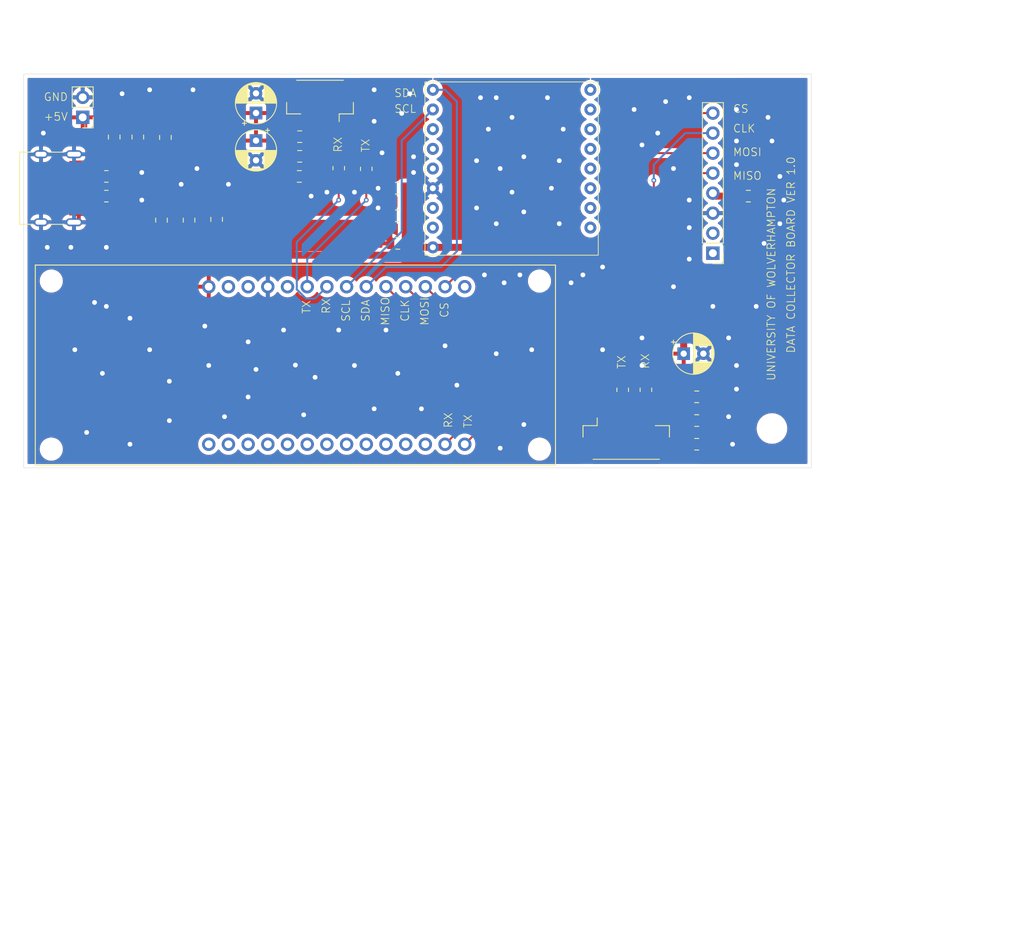
<source format=kicad_pcb>
(kicad_pcb (version 20240108) (generator "pcbnew") (generator_version "8.0")
  (layers (0 "F.Cu" signal) (31 "B.Cu" signal) (34 "B.Paste" user) (35 "F.Paste" user) (36 "B.SilkS" user "B.Silkscreen") (37 "F.SilkS" user "F.Silkscreen") (38 "B.Mask" user) (39 "F.Mask" user) (44 "Edge.Cuts" user))
  (net 0 "")
  (net 1 "+5V")
  (net 2 "GND")
  (net 18 "Net-(J6-CC2)")
  (net 32 "/UART1 RX")
  (net 33 "/UART6 RX")
  (net 34 "/SD CLK")
  (net 35 "/I2C SDA")
  (net 36 "/I2C SCL")
  (net 37 "/SD CS")
  (net 38 "/UART1 TX")
  (net 39 "/SD MISO")
  (net 40 "/SD MOSI")
  (net 41 "/UART6 TX")
  (net 42 "+3.3V")
  (net 43 "Net-(J5-Pin_3)")
  (net 44 "Net-(J5-Pin_1)")
  (net 45 "Net-(J4-Pin_4)")
  (net 46 "Net-(J4-Pin_5)")
  (net 49 "/D2")
  (net 50 "/D0")
  (net 51 "/D1")
  (net 53 "Net-(J6-CC1)")
  (footprint "Resistor_SMD:R_0805_2012Metric" (layer "F.Cu") (at 113 39.95 90)
    (property "Reference" "R7" (hide yes))
    (property "Value" "0")
    (pad "1" smd roundrect (at -0.9125 0 90) (size 1.025 1.4) (layers "F.Cu" "F.Paste" "F.Mask") (roundrect_rratio 0.243902) (net 32 "/UART1 RX"))
    (pad "2" smd roundrect (at 0.9125 0 90) (size 1.025 1.4) (layers "F.Cu" "F.Paste" "F.Mask") (roundrect_rratio 0.243902) (net 43 "Net-(J5-Pin_3)"))
  )
  (footprint "Capacitor_SMD:C_0805_2012Metric" (layer "F.Cu") (at 158.45 68.98)
    (property "Reference" "C14" (hide yes))
    (property "Value" "10u")
    (pad "1" smd roundrect (at -0.95 0) (size 1 1.45) (layers "F.Cu" "F.Paste" "F.Mask") (net 1 "+5V"))
    (pad "2" smd roundrect (at 0.95 0) (size 1 1.45) (layers "F.Cu" "F.Paste" "F.Mask") (net 2 "GND"))
  )
  (footprint "Resistor_SMD:R_0805_2012Metric" (layer "F.Cu") (at 149.05 68.0875 -90)
    (property "Reference" "R9" (hide yes))
    (property "Value" "0")
    (pad "1" smd roundrect (at -0.9125 0 270) (size 1.025 1.4) (layers "F.Cu" "F.Paste" "F.Mask") (roundrect_rratio 0.243902) (net 33 "/UART6 RX"))
    (pad "2" smd roundrect (at 0.9125 0 270) (size 1.025 1.4) (layers "F.Cu" "F.Paste" "F.Mask") (roundrect_rratio 0.243902) (net 45 "Net-(J4-Pin_4)"))
  )
  (footprint "Capacitor_SMD:C_0805_2012Metric" (layer "F.Cu") (at 158.45 71.99)
    (property "Reference" "C15" (hide yes))
    (property "Value" "1u")
    (pad "1" smd roundrect (at -0.95 0) (size 1 1.45) (layers "F.Cu" "F.Paste" "F.Mask") (net 1 "+5V"))
    (pad "2" smd roundrect (at 0.95 0) (size 1 1.45) (layers "F.Cu" "F.Paste" "F.Mask") (net 2 "GND"))
  )
  (footprint "Capacitor_SMD:C_0805_2012Metric" (layer "F.Cu") (at 158.45 75)
    (property "Reference" "C16" (hide yes))
    (property "Value" "0.1u")
    (pad "1" smd roundrect (at -0.95 0) (size 1 1.45) (layers "F.Cu" "F.Paste" "F.Mask") (net 1 "+5V"))
    (pad "2" smd roundrect (at 0.95 0) (size 1 1.45) (layers "F.Cu" "F.Paste" "F.Mask") (net 2 "GND"))
  )
  (footprint "Capacitor_SMD:C_0805_2012Metric" (layer "F.Cu") (at 108.05 35.95)
    (property "Reference" "C19" (hide yes))
    (property "Value" "1u")
    (pad "1" smd roundrect (at -0.95 0) (size 1 1.45) (layers "F.Cu" "F.Paste" "F.Mask") (net 1 "+5V"))
    (pad "2" smd roundrect (at 0.95 0) (size 1 1.45) (layers "F.Cu" "F.Paste" "F.Mask") (net 2 "GND"))
  )
  (footprint "ABX00042:Nicla" (layer "F.Cu") (at 144.95 50 180)
    (property "Reference" "U2" (hide yes))
    (property "Value" "~")
    (pad "1" thru_hole circle (at 20 20) (size 1.524 1.524) (drill 0.762) (layers "*.Cu" "*.Mask") (net 35 "/I2C SDA"))
    (pad "2" thru_hole circle (at 20 17.5) (size 1.524 1.524) (drill 0.762) (layers "*.Cu" "*.Mask") (net 36 "/I2C SCL"))
    (pad "3" thru_hole circle (at 20 15) (size 1.524 1.524) (drill 0.762) (layers "*.Cu" "*.Mask"))
    (pad "4" thru_hole circle (at 20 12.5) (size 1.524 1.524) (drill 0.762) (layers "*.Cu" "*.Mask"))
    (pad "5" thru_hole circle (at 20 10) (size 1.524 1.524) (drill 0.762) (layers "*.Cu" "*.Mask"))
    (pad "6" thru_hole circle (at 20 7.5) (size 1.524 1.524) (drill 0.762) (layers "*.Cu" "*.Mask") (net 2 "GND"))
    (pad "7" thru_hole circle (at 20 5) (size 1.524 1.524) (drill 0.762) (layers "*.Cu" "*.Mask"))
    (pad "8" thru_hole circle (at 20 2.5) (size 1.524 1.524) (drill 0.762) (layers "*.Cu" "*.Mask"))
    (pad "9" thru_hole circle (at 20 0) (size 1.524 1.524) (drill 0.762) (layers "*.Cu" "*.Mask") (net 1 "+5V"))
    (pad "10" thru_hole circle (at 0 20) (size 1.524 1.524) (drill 0.762) (layers "*.Cu" "*.Mask"))
    (pad "11" thru_hole circle (at 0 17.5) (size 1.524 1.524) (drill 0.762) (layers "*.Cu" "*.Mask"))
    (pad "12" thru_hole circle (at 0 15) (size 1.524 1.524) (drill 0.762) (layers "*.Cu" "*.Mask"))
    (pad "13" thru_hole circle (at 0 12.5) (size 1.524 1.524) (drill 0.762) (layers "*.Cu" "*.Mask"))
    (pad "14" thru_hole circle (at 0 10) (size 1.524 1.524) (drill 0.762) (layers "*.Cu" "*.Mask"))
    (pad "15" thru_hole circle (at 0 7.5) (size 1.524 1.524) (drill 0.762) (layers "*.Cu" "*.Mask"))
    (pad "16" thru_hole circle (at 0 5) (size 1.524 1.524) (drill 0.762) (layers "*.Cu" "*.Mask"))
    (pad "17" thru_hole circle (at 0 2.5) (size 1.524 1.524) (drill 0.762) (layers "*.Cu" "*.Mask"))
  )
  (footprint "Capacitor_SMD:C_0805_2012Metric" (layer "F.Cu") (at 120.5 49.5 180)
    (property "Reference" "C9" (hide yes))
    (property "Value" "0.1u")
    (pad "1" smd roundrect (at -0.95 0 180) (size 1 1.45) (layers "F.Cu" "F.Paste" "F.Mask") (net 1 "+5V"))
    (pad "2" smd roundrect (at 0.95 0 180) (size 1 1.45) (layers "F.Cu" "F.Paste" "F.Mask") (net 2 "GND"))
  )
  (footprint "Resistor_SMD:R_0805_2012Metric" (layer "F.Cu") (at 152 68.0875 -90)
    (property "Reference" "R8" (hide yes))
    (property "Value" "0")
    (pad "1" smd roundrect (at -0.9125 0 270) (size 1.025 1.4) (layers "F.Cu" "F.Paste" "F.Mask") (roundrect_rratio 0.243902) (net 41 "/UART6 TX"))
    (pad "2" smd roundrect (at 0.9125 0 270) (size 1.025 1.4) (layers "F.Cu" "F.Paste" "F.Mask") (roundrect_rratio 0.243902) (net 46 "Net-(J4-Pin_5)"))
  )
  (footprint "Connector_JST:JST_GH_SM04B-GHS-TB_1x04-1MP_P1.25mm_Horizontal" (layer "F.Cu") (at 110.625 31.35 180)
    (property "Reference" "J5" (hide yes))
    (property "Value" "Conn_01x04_MountingPin")
    (pad "1" smd roundrect (at -1.875 -1.85 180) (size 0.6 1.7) (layers "F.Cu" "F.Paste" "F.Mask") (net 44 "Net-(J5-Pin_1)"))
    (pad "2" smd roundrect (at -0.625 -1.85 180) (size 0.6 1.7) (layers "F.Cu" "F.Paste" "F.Mask") (net 2 "GND"))
    (pad "3" smd roundrect (at 0.625 -1.85 180) (size 0.6 1.7) (layers "F.Cu" "F.Paste" "F.Mask") (net 43 "Net-(J5-Pin_3)"))
    (pad "4" smd roundrect (at 1.875 -1.85 180) (size 0.6 1.7) (layers "F.Cu" "F.Paste" "F.Mask") (net 1 "+5V"))
    (pad "MP" smd roundrect (at -3.725 1.35 180) (size 1 2.7) (layers "F.Cu" "F.Paste" "F.Mask") (net 2 "GND"))
    (pad "MP" smd roundrect (at 3.725 1.35 180) (size 1 2.7) (layers "F.Cu" "F.Paste" "F.Mask") (net 2 "GND"))
  )
  (footprint "Connector_PinHeader_2.54mm:PinHeader_1x08_P2.54mm_Vertical" (layer "F.Cu") (at 160.5 50.74 180)
    (property "Reference" "J3" (hide yes))
    (property "Value" "Conn_01x08")
    (pad "1" thru_hole rect (at 0 0 180) (size 1.7 1.7) (drill 1) (layers "*.Cu" "*.Mask"))
    (pad "2" thru_hole oval (at 0 2.54 180) (size 1.7 1.7) (drill 1) (layers "*.Cu" "*.Mask"))
    (pad "3" thru_hole oval (at 0 5.08 180) (size 1.7 1.7) (drill 1) (layers "*.Cu" "*.Mask") (net 2 "GND"))
    (pad "4" thru_hole oval (at 0 7.62 180) (size 1.7 1.7) (drill 1) (layers "*.Cu" "*.Mask") (net 1 "+5V"))
    (pad "5" thru_hole oval (at 0 10.16 180) (size 1.7 1.7) (drill 1) (layers "*.Cu" "*.Mask") (net 39 "/SD MISO"))
    (pad "6" thru_hole oval (at 0 12.7 180) (size 1.7 1.7) (drill 1) (layers "*.Cu" "*.Mask") (net 40 "/SD MOSI"))
    (pad "7" thru_hole oval (at 0 15.24 180) (size 1.7 1.7) (drill 1) (layers "*.Cu" "*.Mask") (net 34 "/SD CLK"))
    (pad "8" thru_hole oval (at 0 17.78 180) (size 1.7 1.7) (drill 1) (layers "*.Cu" "*.Mask") (net 37 "/SD CS"))
  )
  (footprint "Capacitor_SMD:C_0805_2012Metric" (layer "F.Cu") (at 87.5 36 -90)
    (property "Reference" "C2" (hide yes))
    (property "Value" "1u")
    (pad "1" smd roundrect (at -0.95 0 270) (size 1 1.45) (layers "F.Cu" "F.Paste" "F.Mask") (net 1 "+5V"))
    (pad "2" smd roundrect (at 0.95 0 270) (size 1 1.45) (layers "F.Cu" "F.Paste" "F.Mask") (net 2 "GND"))
  )
  (footprint "Connector_PinHeader_2.54mm:PinHeader_1x02_P2.54mm_Vertical" (layer "F.Cu") (at 80.5 33.5 180)
    (property "Reference" "J1" (hide yes))
    (property "Value" "Conn_01x02_Pin")
    (pad "1" thru_hole rect (at 0 0 180) (size 1.7 1.7) (drill 1) (layers "*.Cu" "*.Mask") (net 1 "+5V"))
    (pad "2" thru_hole oval (at 0 2.54 180) (size 1.7 1.7) (drill 1) (layers "*.Cu" "*.Mask") (net 2 "GND"))
  )
  (footprint "MountingHole:MountingHole_3.2mm_M3" (layer "F.Cu") (at 168 73)
    (property "Reference" "REF**" (hide yes))
    (property "Value" "MountingHole_3.2mm_M3")
    (pad "" np_thru_hole circle (at 0 0) (size 3.2 3.2) (drill 3.2) (layers "*.Cu" "*.Mask"))
  )
  (footprint "Connector_JST:JST_GH_SM06B-GHS-TB_1x06-1MP_P1.25mm_Horizontal" (layer "F.Cu") (at 149.5 74.35)
    (property "Reference" "J4" (hide yes))
    (property "Value" "Conn_01x06_MountingPin")
    (pad "1" smd roundrect (at -3.125 -1.85) (size 0.6 1.7) (layers "F.Cu" "F.Paste" "F.Mask") (net 2 "GND"))
    (pad "2" smd roundrect (at -1.875 -1.85) (size 0.6 1.7) (layers "F.Cu" "F.Paste" "F.Mask"))
    (pad "3" smd roundrect (at -0.625 -1.85) (size 0.6 1.7) (layers "F.Cu" "F.Paste" "F.Mask"))
    (pad "4" smd roundrect (at 0.625 -1.85) (size 0.6 1.7) (layers "F.Cu" "F.Paste" "F.Mask") (net 45 "Net-(J4-Pin_4)"))
    (pad "5" smd roundrect (at 1.875 -1.85) (size 0.6 1.7) (layers "F.Cu" "F.Paste" "F.Mask") (net 46 "Net-(J4-Pin_5)"))
    (pad "6" smd roundrect (at 3.125 -1.85) (size 0.6 1.7) (layers "F.Cu" "F.Paste" "F.Mask") (net 1 "+5V"))
    (pad "MP" smd roundrect (at -4.975 1.35) (size 1 2.7) (layers "F.Cu" "F.Paste" "F.Mask") (net 2 "GND"))
    (pad "MP" smd roundrect (at 4.975 1.35) (size 1 2.7) (layers "F.Cu" "F.Paste" "F.Mask") (net 2 "GND"))
  )
  (footprint "Capacitor_SMD:C_0805_2012Metric" (layer "F.Cu") (at 94 46.55 90)
    (property "Reference" "C5" (hide yes))
    (property "Value" "1u")
    (pad "1" smd roundrect (at -0.95 0 90) (size 1 1.45) (layers "F.Cu" "F.Paste" "F.Mask") (net 1 "+5V"))
    (pad "2" smd roundrect (at 0.95 0 90) (size 1 1.45) (layers "F.Cu" "F.Paste" "F.Mask") (net 2 "GND"))
  )
  (footprint "Capacitor_THT:CP_Radial_D5.0mm_P2.50mm" (layer "F.Cu") (at 102.5 32.95 90)
    (property "Reference" "C21" (hide yes))
    (property "Value" "470u")
    (pad "1" thru_hole rect (at 0 0 90) (size 1.6 1.6) (drill 0.8) (layers "*.Cu" "*.Mask") (net 1 "+5V"))
    (pad "2" thru_hole circle (at 2.5 0 90) (size 1.6 1.6) (drill 0.8) (layers "*.Cu" "*.Mask") (net 2 "GND"))
  )
  (footprint "Capacitor_SMD:C_0805_2012Metric" (layer "F.Cu") (at 120.45 42.5 180)
    (property "Reference" "C7" (hide yes))
    (property "Value" "10u")
    (pad "1" smd roundrect (at -0.95 0 180) (size 1 1.45) (layers "F.Cu" "F.Paste" "F.Mask") (net 1 "+5V"))
    (pad "2" smd roundrect (at 0.95 0 180) (size 1 1.45) (layers "F.Cu" "F.Paste" "F.Mask") (net 2 "GND"))
  )
  (footprint "Capacitor_SMD:C_0805_2012Metric" (layer "F.Cu") (at 165 43.5)
    (property "Reference" "C23" (hide yes))
    (property "Value" "1u")
    (pad "1" smd roundrect (at -0.95 0) (size 1 1.45) (layers "F.Cu" "F.Paste" "F.Mask") (net 1 "+5V"))
    (pad "2" smd roundrect (at 0.95 0) (size 1 1.45) (layers "F.Cu" "F.Paste" "F.Mask") (net 2 "GND"))
  )
  (footprint "Resistor_SMD:R_0805_2012Metric" (layer "F.Cu") (at 83.5 41)
    (property "Reference" "R2" (hide yes))
    (property "Value" "5.1K")
    (pad "1" smd roundrect (at -0.9125 0) (size 1.025 1.4) (layers "F.Cu" "F.Paste" "F.Mask") (roundrect_rratio 0.243902) (net 53 "Net-(J6-CC1)"))
    (pad "2" smd roundrect (at 0.9125 0) (size 1.025 1.4) (layers "F.Cu" "F.Paste" "F.Mask") (roundrect_rratio 0.243902) (net 2 "GND"))
  )
  (footprint "Capacitor_SMD:C_0805_2012Metric" (layer "F.Cu") (at 108 41)
    (property "Reference" "C18" (hide yes))
    (property "Value" "10u")
    (pad "1" smd roundrect (at -0.95 0) (size 1 1.45) (layers "F.Cu" "F.Paste" "F.Mask") (net 1 "+5V"))
    (pad "2" smd roundrect (at 0.95 0) (size 1 1.45) (layers "F.Cu" "F.Paste" "F.Mask") (net 2 "GND"))
  )
  (footprint "Capacitor_SMD:C_0805_2012Metric" (layer "F.Cu") (at 97.5 46.45 90)
    (property "Reference" "C6" (hide yes))
    (property "Value" "0.1u")
    (pad "1" smd roundrect (at -0.95 0 90) (size 1 1.45) (layers "F.Cu" "F.Paste" "F.Mask") (net 1 "+5V"))
    (pad "2" smd roundrect (at 0.95 0 90) (size 1 1.45) (layers "F.Cu" "F.Paste" "F.Mask") (net 2 "GND"))
  )
  (footprint "Connector_USB:USB_C_Receptacle_G-Switch_GT-USB-7010ASV" (layer "F.Cu") (at 76.275 42.5 -90)
    (property "Reference" "J6" (hide yes))
    (property "Value" "USB_C_Receptacle_USB2.0_16P")
    (pad "A1" smd rect (at -3.2 -3.725 270) (size 0.6 1.24) (layers "F.Cu" "F.Paste" "F.Mask") (net 2 "GND"))
    (pad "A4" smd rect (at -2.4 -3.725 270) (size 0.6 1.24) (layers "F.Cu" "F.Paste" "F.Mask") (net 1 "+5V"))
    (pad "A5" smd rect (at -1.25 -3.725 270) (size 0.3 1.24) (layers "F.Cu" "F.Paste" "F.Mask") (net 53 "Net-(J6-CC1)"))
    (pad "A6" smd rect (at -0.25 -3.725 270) (size 0.3 1.24) (layers "F.Cu" "F.Paste" "F.Mask"))
    (pad "A7" smd rect (at 0.25 -3.725 270) (size 0.3 1.24) (layers "F.Cu" "F.Paste" "F.Mask"))
    (pad "A8" smd rect (at 1.25 -3.725 270) (size 0.3 1.24) (layers "F.Cu" "F.Paste" "F.Mask"))
    (pad "A9" smd rect (at 2.4 -3.725 270) (size 0.6 1.24) (layers "F.Cu" "F.Paste" "F.Mask") (net 1 "+5V"))
    (pad "A12" smd rect (at 3.2 -3.725 270) (size 0.6 1.24) (layers "F.Cu" "F.Paste" "F.Mask") (net 2 "GND"))
    (pad "B1" smd rect (at 3.2 -3.725 270) (size 0.6 1.24) (layers "F.Cu" "F.Paste" "F.Mask") (net 2 "GND"))
    (pad "B4" smd rect (at 2.4 -3.725 270) (size 0.6 1.24) (layers "F.Cu" "F.Paste" "F.Mask") (net 1 "+5V"))
    (pad "B5" smd rect (at 1.75 -3.725 270) (size 0.3 1.24) (layers "F.Cu" "F.Paste" "F.Mask") (net 18 "Net-(J6-CC2)"))
    (pad "B6" smd rect (at 0.75 -3.725 270) (size 0.3 1.24) (layers "F.Cu" "F.Paste" "F.Mask"))
    (pad "B7" smd rect (at -0.75 -3.725 270) (size 0.3 1.24) (layers "F.Cu" "F.Paste" "F.Mask"))
    (pad "B8" smd rect (at -1.75 -3.725 270) (size 0.3 1.24) (layers "F.Cu" "F.Paste" "F.Mask"))
    (pad "B9" smd rect (at -2.4 -3.725 270) (size 0.6 1.24) (layers "F.Cu" "F.Paste" "F.Mask") (net 1 "+5V"))
    (pad "B12" smd rect (at -3.2 -3.725 270) (size 0.6 1.24) (layers "F.Cu" "F.Paste" "F.Mask") (net 2 "GND"))
    (pad "S1" thru_hole oval (at -4.32 -3.125 270) (size 1 2.1) (drill oval 0.6 1.7) (layers "*.Cu" "*.Mask") (net 2 "GND"))
    (pad "S1" thru_hole oval (at -4.32 1.075 270) (size 1 1.8) (drill oval 0.6 1.4) (layers "*.Cu" "*.Mask") (net 2 "GND"))
    (pad "S1" thru_hole oval (at 4.32 -3.125 270) (size 1 2.1) (drill oval 0.6 1.7) (layers "*.Cu" "*.Mask") (net 2 "GND"))
    (pad "S1" thru_hole oval (at 4.32 1.075 270) (size 1 1.8) (drill oval 0.6 1.4) (layers "*.Cu" "*.Mask") (net 2 "GND"))
  )
  (footprint "Resistor_SMD:R_0805_2012Metric" (layer "F.Cu") (at 83.5 43.5)
    (property "Reference" "R12" (hide yes))
    (property "Value" "5.1K")
    (pad "1" smd roundrect (at -0.9125 0) (size 1.025 1.4) (layers "F.Cu" "F.Paste" "F.Mask") (roundrect_rratio 0.243902) (net 18 "Net-(J6-CC2)"))
    (pad "2" smd roundrect (at 0.9125 0) (size 1.025 1.4) (layers "F.Cu" "F.Paste" "F.Mask") (roundrect_rratio 0.243902) (net 2 "GND"))
  )
  (footprint "Capacitor_SMD:C_0805_2012Metric" (layer "F.Cu") (at 108.05 38.45)
    (property "Reference" "C20" (hide yes))
    (property "Value" "0.1u")
    (pad "1" smd roundrect (at -0.95 0) (size 1 1.45) (layers "F.Cu" "F.Paste" "F.Mask") (net 1 "+5V"))
    (pad "2" smd roundrect (at 0.95 0) (size 1 1.45) (layers "F.Cu" "F.Paste" "F.Mask") (net 2 "GND"))
  )
  (footprint "Capacitor_SMD:C_0805_2012Metric" (layer "F.Cu") (at 120.45 46 180)
    (property "Reference" "C8" (hide yes))
    (property "Value" "1u")
    (pad "1" smd roundrect (at -0.95 0 180) (size 1 1.45) (layers "F.Cu" "F.Paste" "F.Mask") (net 1 "+5V"))
    (pad "2" smd roundrect (at 0.95 0 180) (size 1 1.45) (layers "F.Cu" "F.Paste" "F.Mask") (net 2 "GND"))
  )
  (footprint "Capacitor_THT:CP_Radial_D5.0mm_P2.50mm" (layer "F.Cu") (at 102.5 36.45 -90)
    (property "Reference" "C22" (hide yes))
    (property "Value" "470u")
    (pad "1" thru_hole rect (at 0 0 270) (size 1.6 1.6) (drill 0.8) (layers "*.Cu" "*.Mask") (net 1 "+5V"))
    (pad "2" thru_hole circle (at 2.5 0 270) (size 1.6 1.6) (drill 0.8) (layers "*.Cu" "*.Mask") (net 2 "GND"))
  )
  (footprint "Capacitor_SMD:C_0805_2012Metric" (layer "F.Cu") (at 90.5 46.55 90)
    (property "Reference" "C4" (hide yes))
    (property "Value" "10u")
    (pad "1" smd roundrect (at -0.95 0 90) (size 1 1.45) (layers "F.Cu" "F.Paste" "F.Mask") (net 1 "+5V"))
    (pad "2" smd roundrect (at 0.95 0 90) (size 1 1.45) (layers "F.Cu" "F.Paste" "F.Mask") (net 2 "GND"))
  )
  (footprint "Capacitor_SMD:C_0805_2012Metric" (layer "F.Cu") (at 84.5 36 -90)
    (property "Reference" "C1" (hide yes))
    (property "Value" "10u")
    (pad "1" smd roundrect (at -0.95 0 270) (size 1 1.45) (layers "F.Cu" "F.Paste" "F.Mask") (net 1 "+5V"))
    (pad "2" smd roundrect (at 0.95 0 270) (size 1 1.45) (layers "F.Cu" "F.Paste" "F.Mask") (net 2 "GND"))
  )
  (footprint "Resistor_SMD:R_0805_2012Metric" (layer "F.Cu") (at 116.5 40.0375 90)
    (property "Reference" "R6" (hide yes))
    (property "Value" "0")
    (pad "1" smd roundrect (at -0.9125 0 90) (size 1.025 1.4) (layers "F.Cu" "F.Paste" "F.Mask") (roundrect_rratio 0.243902) (net 38 "/UART1 TX"))
    (pad "2" smd roundrect (at 0.9125 0 90) (size 1.025 1.4) (layers "F.Cu" "F.Paste" "F.Mask") (roundrect_rratio 0.243902) (net 44 "Net-(J5-Pin_1)"))
  )
  (footprint "ABX00042:Portenta_H7" (layer "F.Cu") (at 96.5 75 90)
    (property "Reference" "U1" (hide yes))
    (property "Value" "~")
    (pad "" np_thru_hole circle (at -0.62 -19.99 90) (size 2.25 2.25) (drill 2.25) (layers "*.Cu" "*.Mask"))
    (pad "" np_thru_hole circle (at -0.62 41.99 90) (size 2.25 2.25) (drill 2.25) (layers "*.Cu" "*.Mask"))
    (pad "" np_thru_hole circle (at 20.72 -19.99 90) (size 2.25 2.25) (drill 2.25) (layers "*.Cu" "*.Mask"))
    (pad "" np_thru_hole circle (at 20.72 41.99 90) (size 2.25 2.25) (drill 2.25) (layers "*.Cu" "*.Mask"))
    (pad "1" thru_hole oval (at 0 0 90) (size 1.7 1.7) (drill 1) (layers "*.Cu" "*.Mask"))
    (pad "2" thru_hole oval (at 0 2.5 90) (size 1.7 1.7) (drill 1) (layers "*.Cu" "*.Mask"))
    (pad "3" thru_hole oval (at 0 5 90) (size 1.7 1.7) (drill 1) (layers "*.Cu" "*.Mask"))
    (pad "4" thru_hole oval (at 0 7.5 90) (size 1.7 1.7) (drill 1) (layers "*.Cu" "*.Mask"))
    (pad "5" thru_hole oval (at 0 10 90) (size 1.7 1.7) (drill 1) (layers "*.Cu" "*.Mask"))
    (pad "6" thru_hole oval (at 0 12.5 90) (size 1.7 1.7) (drill 1) (layers "*.Cu" "*.Mask"))
    (pad "7" thru_hole oval (at 0 15 90) (size 1.7 1.7) (drill 1) (layers "*.Cu" "*.Mask"))
    (pad "8" thru_hole oval (at 0 17.5 90) (size 1.7 1.7) (drill 1) (layers "*.Cu" "*.Mask"))
    (pad "9" thru_hole oval (at 0 20 90) (size 1.7 1.7) (drill 1) (layers "*.Cu" "*.Mask") (net 50 "/D0"))
    (pad "10" thru_hole oval (at 0 22.5 90) (size 1.7 1.7) (drill 1) (layers "*.Cu" "*.Mask") (net 51 "/D1"))
    (pad "11" thru_hole oval (at 0 25 90) (size 1.7 1.7) (drill 1) (layers "*.Cu" "*.Mask") (net 49 "/D2"))
    (pad "12" thru_hole oval (at 0 27.5 90) (size 1.7 1.7) (drill 1) (layers "*.Cu" "*.Mask"))
    (pad "13" thru_hole oval (at 0 30 90) (size 1.7 1.7) (drill 1) (layers "*.Cu" "*.Mask") (net 33 "/UART6 RX"))
    (pad "14" thru_hole oval (at 0 32.5 90) (size 1.7 1.7) (drill 1) (layers "*.Cu" "*.Mask") (net 41 "/UART6 TX"))
    (pad "15" thru_hole oval (at 20 0 90) (size 1.7 1.7) (drill 1) (layers "*.Cu" "*.Mask") (net 1 "+5V"))
    (pad "16" thru_hole oval (at 20 2.5 90) (size 1.7 1.7) (drill 1) (layers "*.Cu" "*.Mask"))
    (pad "17" thru_hole oval (at 20 5 90) (size 1.7 1.7) (drill 1) (layers "*.Cu" "*.Mask") (net 42 "+3.3V"))
    (pad "18" thru_hole oval (at 20 7.5 90) (size 1.7 1.7) (drill 1) (layers "*.Cu" "*.Mask") (net 2 "GND"))
    (pad "19" thru_hole oval (at 20 10 90) (size 1.7 1.7) (drill 1) (layers "*.Cu" "*.Mask"))
    (pad "20" thru_hole oval (at 20 12.5 90) (size 1.7 1.7) (drill 1) (layers "*.Cu" "*.Mask") (net 38 "/UART1 TX"))
    (pad "21" thru_hole oval (at 20 15 90) (size 1.7 1.7) (drill 1) (layers "*.Cu" "*.Mask") (net 32 "/UART1 RX"))
    (pad "22" thru_hole oval (at 20 17.5 90) (size 1.7 1.7) (drill 1) (layers "*.Cu" "*.Mask") (net 36 "/I2C SCL"))
    (pad "23" thru_hole oval (at 20 20 90) (size 1.7 1.7) (drill 1) (layers "*.Cu" "*.Mask") (net 35 "/I2C SDA"))
    (pad "24" thru_hole oval (at 20 22.5 90) (size 1.7 1.7) (drill 1) (layers "*.Cu" "*.Mask") (net 39 "/SD MISO"))
    (pad "25" thru_hole oval (at 20 25 90) (size 1.7 1.7) (drill 1) (layers "*.Cu" "*.Mask") (net 34 "/SD CLK"))
    (pad "26" thru_hole oval (at 20 27.5 90) (size 1.7 1.7) (drill 1) (layers "*.Cu" "*.Mask") (net 40 "/SD MOSI"))
    (pad "27" thru_hole oval (at 20 30 90) (size 1.7 1.7) (drill 1) (layers "*.Cu" "*.Mask") (net 37 "/SD CS"))
    (pad "28" thru_hole oval (at 20 32.5 90) (size 1.7 1.7) (drill 1) (layers "*.Cu" "*.Mask"))
  )
  (footprint "Capacitor_THT:CP_Radial_D5.0mm_P2.50mm" (layer "F.Cu") (at 156.794888 63.5)
    (property "Reference" "C17" (hide yes))
    (property "Value" "470u")
    (pad "1" thru_hole rect (at 0 0) (size 1.6 1.6) (drill 0.8) (layers "*.Cu" "*.Mask") (net 1 "+5V"))
    (pad "2" thru_hole circle (at 2.5 0) (size 1.6 1.6) (drill 0.8) (layers "*.Cu" "*.Mask") (net 2 "GND"))
  )
  (footprint "Capacitor_SMD:C_0805_2012Metric" (layer "F.Cu") (at 91 36.05 -90)
    (property "Reference" "C3" (hide yes))
    (property "Value" "0.1u")
    (pad "1" smd roundrect (at -0.95 0 270) (size 1 1.45) (layers "F.Cu" "F.Paste" "F.Mask") (net 1 "+5V"))
    (pad "2" smd roundrect (at 0.95 0 270) (size 1 1.45) (layers "F.Cu" "F.Paste" "F.Mask") (net 2 "GND"))
  )
  (gr_rect (start 73 28) (end 173 78) (stroke (width 0.05)) (fill none) (layer "Edge.Cuts"))
  (gr_text "SCL" (at 114.5 59.5 90) (layer "F.SilkS") (effects (font (size 1 1) (thickness 0.1)) (justify left bottom)))
  (gr_text "RX" (at 113.5 38 90) (layer "F.SilkS") (effects (font (size 1 1) (thickness 0.1)) (justify left bottom)))
  (gr_text "DATA COLLECTOR BOARD VER 1.0" (at 171 63.5 90) (layer "F.SilkS") (effects (font (size 1 1) (thickness 0.1)) (justify left bottom)))
  (gr_text "MISO" (at 119.5 60 90) (layer "F.SilkS") (effects (font (size 1 1) (thickness 0.1)) (justify left bottom)))
  (gr_text "RX" (at 112 58.5 90) (layer "F.SilkS") (effects (font (size 1 1) (thickness 0.1)) (justify left bottom)))
  (gr_text "MOSI\n" (at 163 38.5 0) (layer "F.SilkS") (effects (font (size 1 1) (thickness 0.1)) (justify left bottom)))
  (gr_text "CS" (at 127 59 90) (layer "F.SilkS") (effects (font (size 1 1) (thickness 0.1)) (justify left bottom)))
  (gr_text "GND" (at 75.5 31.5 0) (layer "F.SilkS") (effects (font (size 1 1) (thickness 0.1)) (justify left bottom)))
  (gr_text "TX" (at 117 38 90) (layer "F.SilkS") (effects (font (size 1 1) (thickness 0.1)) (justify left bottom)))
  (gr_text "UNIVERSITY OF WOLVERHAMPTON" (at 168.5 67 90) (layer "F.SilkS") (effects (font (size 1 1) (thickness 0.1)) (justify left bottom)))
  (gr_text "CLK" (at 122 59.5 90) (layer "F.SilkS") (effects (font (size 1 1) (thickness 0.1)) (justify left bottom)))
  (gr_text "RX" (at 152.5 65.5 90) (layer "F.SilkS") (effects (font (size 1 1) (thickness 0.1)) (justify left bottom)))
  (gr_text "MOSI" (at 124.5 60 90) (layer "F.SilkS") (effects (font (size 1 1) (thickness 0.1)) (justify left bottom)))
  (gr_text "SCL" (at 120 33 0) (layer "F.SilkS") (effects (font (size 1 1) (thickness 0.1)) (justify left bottom)))
  (gr_text "TX" (at 109.5 58.5 90) (layer "F.SilkS") (effects (font (size 1 1) (thickness 0.1)) (justify left bottom)))
  (gr_text "TX" (at 130 73 90) (layer "F.SilkS") (effects (font (size 1 1) (thickness 0.1)) (justify left bottom)))
  (gr_text "SDA" (at 120 31 0) (layer "F.SilkS") (effects (font (size 1 1) (thickness 0.1)) (justify left bottom)))
  (gr_text "TX\n" (at 149.5 65.5 90) (layer "F.SilkS") (effects (font (size 1 1) (thickness 0.1)) (justify left bottom)))
  (gr_text "+5V" (at 75.5 34 0) (layer "F.SilkS") (effects (font (size 1 1) (thickness 0.1)) (justify left bottom)))
  (gr_text "SDA" (at 117 59.5 90) (layer "F.SilkS") (effects (font (size 1 1) (thickness 0.1)) (justify left bottom)))
  (gr_text "RX\n" (at 127.5 73 90) (layer "F.SilkS") (effects (font (size 1 1) (thickness 0.1)) (justify left bottom)))
  (gr_text "CS" (at 163 33 0) (layer "F.SilkS") (effects (font (size 1 1) (thickness 0.1)) (justify left bottom)))
  (gr_text "CLK\n" (at 163 35.5 0) (layer "F.SilkS") (effects (font (size 1 1) (thickness 0.1)) (justify left bottom)))
  (gr_text "MISO\n" (at 163 41.5 0) (layer "F.SilkS") (effects (font (size 1 1) (thickness 0.1)) (justify left bottom)))
  (segment (start 164.05 46.67) (end 164.05 43.5) (width 0.889) (layer "F.Cu") (net 1))
  (segment (start 165 31.5) (end 163 29.5) (width 0.889) (layer "F.Cu") (net 1))
  (segment (start 160.88 43.5) (end 160.5 43.12) (width 0.889) (layer "F.Cu") (net 1))
  (segment (start 164 42.55) (end 165 41.55) (width 0.889) (layer "F.Cu") (net 1))
  (segment (start 101.1 51) (end 107 51) (width 0.889) (layer "F.Cu") (net 1))
  (segment (start 107.05 50.95) (end 107 51) (width 0.889) (layer "F.Cu") (net 1))
  (segment (start 80.874 40.1) (end 80.947 40.027) (width 0.254) (layer "F.Cu") (net 1))
  (segment (start 81.4 44.9) (end 84 47.5) (width 0.254) (layer "F.Cu") (net 1))
  (segment (start 160.295 42.915) (end 160.5 43.12) (width 0.889) (layer "F.Cu") (net 1))
  (segment (start 121.4 46) (end 121.4 42.5) (width 0.889) (layer "F.Cu") (net 1))
  (segment (start 107 51) (end 120.675 51) (width 0.889) (layer "F.Cu") (net 1))
  (segment (start 80.947 40.027) (end 80.947 33.947) (width 0.254) (layer "F.Cu") (net 1))
  (segment (start 107.1 34.85) (end 107.1 35.95) (width 0.889) (layer "F.Cu") (net 1))
  (segment (start 164.5 47.12) (end 164.05 46.67) (width 0.889) (layer "F.Cu") (net 1))
  (segment (start 80 40.1) (end 80.874 40.1) (width 0.254) (layer "F.Cu") (net 1))
  (segment (start 164.5 50) (end 164.5 47.12) (width 0.889) (layer "F.Cu") (net 1))
  (segment (start 121.45 49.5) (end 121.45 46.05) (width 0.889) (layer "F.Cu") (net 1))
  (segment (start 147.5 31.5) (end 147.5 48) (width 0.889) (layer "F.Cu") (net 1))
  (segment (start 145.5 50) (end 124.95 50) (width 0.889) (layer "F.Cu") (net 1))
  (segment (start 124.95 50) (end 121.95 50) (width 0.889) (layer "F.Cu") (net 1))
  (segment (start 108.75 33.2) (end 107.1 34.85) (width 0.889) (layer "F.Cu") (net 1))
  (segment (start 165 41.55) (end 165 31.5) (width 0.889) (layer "F.Cu") (net 1))
  (segment (start 80.947 33.947) (end 80.5 33.5) (width 0.254) (layer "F.Cu") (net 1))
  (segment (start 100.65 47.4) (end 97.5 47.4) (width 0.889) (layer "F.Cu") (net 1))
  (segment (start 156.794888 63.5) (end 156.794888 57.705112) (width 0.889) (layer "F.Cu") (net 1))
  (segment (start 97.5 47.4) (end 101.1 51) (width 0.889) (layer "F.Cu") (net 1))
  (segment (start 80 44.9) (end 81.4 44.9) (width 0.254) (layer "F.Cu") (net 1))
  (segment (start 107.05 41) (end 107.05 50.95) (width 0.889) (layer "F.Cu") (net 1))
  (segment (start 121.45 46.05) (end 121.4 46) (width 0.889) (layer "F.Cu") (net 1))
  (segment (start 164.05 43.5) (end 160.88 43.5) (width 0.889) (layer "F.Cu") (net 1))
  (segment (start 120.675 51) (end 121.45 50.225) (width 0.889) (layer "F.Cu") (net 1))
  (segment (start 107.05 41) (end 100.65 47.4) (width 0.889) (layer "F.Cu") (net 1))
  (segment (start 163 29.5) (end 149.5 29.5) (width 0.889) (layer "F.Cu") (net 1))
  (segment (start 84 47.5) (end 90.5 47.5) (width 0.254) (layer "F.Cu") (net 1))
  (segment (start 149.5 29.5) (end 147.5 31.5) (width 0.889) (layer "F.Cu") (net 1))
  (segment (start 121.95 50) (end 121.45 49.5) (width 0.889) (layer "F.Cu") (net 1))
  (segment (start 147.5 48) (end 145.5 50) (width 0.889) (layer "F.Cu") (net 1))
  (segment (start 156.794888 57.705112) (end 164.5 50) (width 0.889) (layer "F.Cu") (net 1))
  (segment (start 121.45 50.225) (end 121.45 49.5) (width 0.889) (layer "F.Cu") (net 1))
  (via (at 168 36.5) (size 1) (drill 0.6) (layers "F.Cu" "B.Cu") (net 2))
  (via (at 98.5 71.5) (size 1) (drill 0.6) (layers "F.Cu" "B.Cu") (net 2))
  (via (at 144 53.5) (size 1) (drill 0.6) (layers "F.Cu" "B.Cu") (net 2))
  (via (at 157.5 51.5) (size 1) (drill 0.6) (layers "F.Cu" "B.Cu") (net 2))
  (via (at 113 60.5) (size 1) (drill 0.6) (layers "F.Cu" "B.Cu") (net 2))
  (via (at 151.5 37) (size 1) (drill 0.6) (layers "F.Cu" "B.Cu") (net 2))
  (via (at 117.5 30) (size 1) (drill 0.6) (layers "F.Cu" "B.Cu") (net 2))
  (via (at 89 30) (size 1) (drill 0.6) (layers "F.Cu" "B.Cu") (net 2))
  (via (at 83.5 57.5) (size 1) (drill 0.6) (layers "F.Cu" "B.Cu") (net 2))
  (via (at 89 63) (size 1) (drill 0.6) (layers "F.Cu" "B.Cu") (net 2))
  (via (at 133.5 40) (size 1) (drill 0.6) (layers "F.Cu" "B.Cu") (net 2))
  (via (at 88 40.5) (size 1) (drill 0.6) (layers "F.Cu" "B.Cu") (net 2))
  (via (at 163.5 39.5) (size 1) (drill 0.6) (layers "F.Cu" "B.Cu") (net 2))
  (via (at 122.5 40.5) (size 1) (drill 0.6) (layers "F.Cu" "B.Cu") (net 2))
  (via (at 108.554299 71.264455) (size 1) (drill 0.6) (layers "F.Cu" "B.Cu") (net 2))
  (via (at 123.5 70.5) (size 1) (drill 0.6) (layers "F.Cu" "B.Cu") (net 2))
  (via (at 167.5 33.5) (size 1) (drill 0.6) (layers "F.Cu" "B.Cu") (net 2))
  (via (at 79 50) (size 1) (drill 0.6) (layers "F.Cu" "B.Cu") (net 2))
  (via (at 163.5 36.5) (size 1) (drill 0.6) (layers "F.Cu" "B.Cu") (net 2))
  (via (at 155.5 55) (size 1) (drill 0.6) (layers "F.Cu" "B.Cu") (net 2))
  (via (at 119 60.5) (size 1) (drill 0.6) (layers "F.Cu" "B.Cu") (net 2))
  (via (at 155.5 40) (size 1) (drill 0.6) (layers "F.Cu" "B.Cu") (net 2))
  (via (at 146.5 63) (size 1) (drill 0.6) (layers "F.Cu" "B.Cu") (net 2))
  (via (at 150.5 32.5) (size 1) (drill 0.6) (layers "F.Cu" "B.Cu") (net 2))
  (via (at 99 42) (size 1) (drill 0.6) (layers "F.Cu" "B.Cu") (net 2))
  (via (at 157.5 44) (size 1) (drill 0.6) (layers "F.Cu" "B.Cu") (net 2))
  (via (at 169 47) (size 1) (drill 0.6) (layers "F.Cu" "B.Cu") (net 2))
  (via (at 169.5 44) (size 1) (drill 0.6) (layers "F.Cu" "B.Cu") (net 2))
  (via (at 86.5 59) (size 1) (drill 0.6) (layers "F.Cu" "B.Cu") (net 2))
  (via (at 141.5 35) (size 1) (drill 0.6) (layers "F.Cu" "B.Cu") (net 2))
  (via (at 166 57.5) (size 1) (drill 0.6) (layers "F.Cu" "B.Cu") (net 2))
  (via (at 136.5 45.5) (size 1) (drill 0.6) (layers "F.Cu" "B.Cu") (net 2))
  (via (at 163.5 32.5) (size 1) (drill 0.6) (layers "F.Cu" "B.Cu") (net 2))
  (via (at 91.5 72) (size 1) (drill 0.6) (layers "F.Cu" "B.Cu") (net 2))
  (via (at 118.5 38) (size 1) (drill 0.6) (layers "F.Cu" "B.Cu") (net 2))
  (via (at 163 75) (size 1) (drill 0.6) (layers "F.Cu" "B.Cu") (net 2))
  (via (at 141 47) (size 1) (drill 0.6) (layers "F.Cu" "B.Cu") (net 2))
  (via (at 126.5 62.5) (size 1) (drill 0.6) (layers "F.Cu" "B.Cu") (net 2))
  (via (at 101.5 62) (size 1) (drill 0.6) (layers "F.Cu" "B.Cu") (net 2))
  (via (at 120.5 66) (size 1) (drill 0.6) (layers "F.Cu" "B.Cu") (net 2))
  (via (at 117.5 70.5) (size 1) (drill 0.6) (layers "F.Cu" "B.Cu") (net 2))
  (via (at 157.5 31) (size 1) (drill 0.6) (layers "F.Cu" "B.Cu") (net 2))
  (via (at 110 66.5) (size 1) (drill 0.6) (layers "F.Cu" "B.Cu") (net 2))
  (via (at 109.5 43.5) (size 1) (drill 0.6) (layers "F.Cu" "B.Cu") (net 2))
  (via (at 142.5 54.5) (size 1) (drill 0.6) (layers "F.Cu" "B.Cu") (net 2))
  (via (at 135 43) (size 1) (drill 0.6) (layers "F.Cu" "B.Cu") (net 2))
  (via (at 81 73.5) (size 1) (drill 0.6) (layers "F.Cu" "B.Cu") (net 2))
  (via (at 132 35) (size 1) (drill 0.6) (layers "F.Cu" "B.Cu") (net 2))
  (via (at 75.5 35.5) (size 1) (drill 0.6) (layers "F.Cu" "B.Cu") (net 2))
  (via (at 146.5 52.5) (size 1) (drill 0.6) (layers "F.Cu" "B.Cu") (net 2))
  (via (at 83.5 50) (size 1) (drill 0.6) (layers "F.Cu" "B.Cu") (net 2))
  (via (at 76 50) (size 1) (drill 0.6) (layers "F.Cu" "B.Cu") (net 2))
  (via (at 115 43) (size 1) (drill 0.6) (layers "F.Cu" "B.Cu") (net 2))
  (via (at 139.5 31) (size 1) (drill 0.6) (layers "F.Cu" "B.Cu") (net 2))
  (via (at 157.5 47.5) (size 1) (drill 0.6) (layers "F.Cu" "B.Cu") (net 2))
  (via (at 130.5 39) (size 1) (drill 0.6) (layers "F.Cu" "B.Cu") (net 2))
  (via (at 137.5 63) (size 1) (drill 0.6) (layers "F.Cu" "B.Cu") (net 2))
  (via (at 96 60) (size 1) (drill 0.6) (layers "F.Cu" "B.Cu") (net 2))
  (via (at 136.5 38.5) (size 1) (drill 0.6) (layers "F.Cu" "B.Cu") (net 2))
  (via (at 151.5 61.5) (size 1) (drill 0.6) (layers "F.Cu" "B.Cu") (net 2))
  (via (at 91.5 67) (size 1) (drill 0.6) (layers "F.Cu" "B.Cu") (net 2))
  (via (at 160.5 57.5) (size 1) (drill 0.6) (layers "F.Cu" "B.Cu") (net 2))
  (via (at 96.5 65) (size 1) (drill 0.6) (layers "F.Cu" "B.Cu") (net 2))
  (via (at 163.5 68) (size 1) (drill 0.6) (layers "F.Cu" "B.Cu") (net 2))
  (via (at 169 41) (size 1) (drill 0.6) (layers "F.Cu" "B.Cu") (net 2))
  (via (at 136.5 72.5) (size 1) (drill 0.6) (layers "F.Cu" "B.Cu") (net 2))
  (via (at 111.5 43) (size 1) (drill 0.6) (layers "F.Cu" "B.Cu") (net 2))
  (via (at 151.5 65) (size 1) (drill 0.6) (layers "F.Cu" "B.Cu") (net 2))
  (via (at 134 54.5) (size 1) (drill 0.6) (layers "F.Cu" "B.Cu") (net 2))
  (via (at 94.5 30) (size 1) (drill 0.6) (layers "F.Cu" "B.Cu") (net 2))
  (via (at 93 42) (size 1) (drill 0.6) (layers "F.Cu" "B.Cu") (net 2))
  (via (at 141 39) (size 1) (drill 0.6) (layers "F.Cu" "B.Cu") (net 2))
  (via (at 86.5 75) (size 1) (drill 0.6) (layers "F.Cu" "B.Cu") (net 2))
  (via (at 154.5 31.5) (size 1) (drill 0.6) (layers "F.Cu" "B.Cu") (net 2))
  (via (at 131 31) (size 1) (drill 0.6) (layers "F.Cu" "B.Cu") (net 2))
  (via (at 121 33) (size 1) (drill 0.6) (layers "F.Cu" "B.Cu") (net 2))
  (via (at 162.5 61.5) (size 1) (drill 0.6) (layers "F.Cu" "B.Cu") (net 2))
  (via (at 106 60.5) (size 1) (drill 0.6) (layers "F.Cu" "B.Cu") (net 2))
  (via (at 88 44) (size 1) (drill 0.6) (layers "F.Cu" "B.Cu") (net 2))
  (via (at 162.5 71.5) (size 1) (drill 0.6) (layers "F.Cu" "B.Cu") (net 2))
  (via (at 117.5 34) (size 1) (drill 0.6) (layers "F.Cu" "B.Cu") (net 2))
  (via (at 102.5 65.5) (size 1) (drill 0.6) (layers "F.Cu" "B.Cu") (net 2))
  (via (at 85.5 30.5) (size 1) (drill 0.6) (layers "F.Cu" "B.Cu") (net 2))
  (via (at 140 42.5) (size 1) (drill 0.6) (layers "F.Cu" "B.Cu") (net 2))
  (via (at 101.5 69) (size 1) (drill 0.6) (layers "F.Cu" "B.Cu") (net 2))
  (via (at 128 67.5) (size 1) (drill 0.6) (layers "F.Cu" "B.Cu") (net 2))
  (via (at 167 49.5) (size 1) (drill 0.6) (layers "F.Cu" "B.Cu") (net 2))
  (via (at 133 63.5) (size 1) (drill 0.6) (layers "F.Cu" "B.Cu") (net 2))
  (via (at 131.5 53.5) (size 1) (drill 0.6) (layers "F.Cu" "B.Cu") (net 2))
  (via (at 122.5 38.5) (size 1) (drill 0.6) (layers "F.Cu" "B.Cu") (net 2))
  (via (at 118 42.5) (size 1) (drill 0.6) (layers "F.Cu" "B.Cu") (net 2))
  (via (at 95 40) (size 1) (drill 0.6) (layers "F.Cu" "B.Cu") (net 2))
  (via (at 136 53.5) (size 1) (drill 0.6) (layers "F.Cu" "B.Cu") (net 2))
  (via (at 79.5 63) (size 1) (drill 0.6) (layers "F.Cu" "B.Cu") (net 2))
  (via (at 130.5 45) (size 1) (drill 0.6) (layers "F.Cu" "B.Cu") (net 2))
  (via (at 163.5 65) (size 1) (drill 0.6) (layers "F.Cu" "B.Cu") (net 2))
  (via (at 115 65) (size 1) (drill 0.6) (layers "F.Cu" "B.Cu") (net 2))
  (via (at 133 47) (size 1) (drill 0.6) (layers "F.Cu" "B.Cu") (net 2))
  (via (at 118 45) (size 1) (drill 0.6) (layers "F.Cu" "B.Cu") (net 2))
  (via (at 122 30.5) (size 1) (drill 0.6) (layers "F.Cu" "B.Cu") (net 2))
  (via (at 135 33.5) (size 1) (drill 0.6) (layers "F.Cu" "B.Cu") (net 2))
  (via (at 82 57) (size 1) (drill 0.6) (layers "F.Cu" "B.Cu") (net 2))
  (via (at 133 31) (size 1) (drill 0.6) (layers "F.Cu" "B.Cu") (net 2))
  (via (at 153.5 35.5) (size 1) (drill 0.6) (layers "F.Cu" "B.Cu") (net 2))
  (via (at 107.5 64.95) (size 1) (drill 0.6) (layers "F.Cu" "B.Cu") (net 2))
  (via (at 133.5 75.5) (size 1) (drill 0.6) (layers "F.Cu" "B.Cu") (net 2))
  (via (at 83 66) (size 1) (drill 0.6) (layers "F.Cu" "B.Cu") (net 2))
  (segment (start 82.5875 43.5) (end 81.8375 44.25) (width 0.254) (layer "F.Cu") (net 18))
  (segment (start 81.8375 44.25) (end 80 44.25) (width 0.254) (layer "F.Cu") (net 18))
  (segment (start 113 40.8625) (end 113 44) (width 0.254) (layer "F.Cu") (net 32))
  (via (at 113 44) (size 0.6) (drill 0.3) (layers "F.Cu" "B.Cu") (net 32))
  (segment (start 107.677 55.34153) (end 108.83547 56.5) (width 0.254) (layer "B.Cu") (net 32))
  (segment (start 110 56.5) (end 111.5 55) (width 0.254) (layer "B.Cu") (net 32))
  (segment (start 113 44) (end 107.677 49.323) (width 0.254) (layer "B.Cu") (net 32))
  (segment (start 108.83547 56.5) (end 110 56.5) (width 0.254) (layer "B.Cu") (net 32))
  (segment (start 107.677 49.323) (end 107.677 55.34153) (width 0.254) (layer "B.Cu") (net 32))
  (segment (start 134.325 67.175) (end 126.5 75) (width 0.254) (layer "F.Cu") (net 33))
  (segment (start 149.05 67.175) (end 134.325 67.175) (width 0.254) (layer "F.Cu") (net 33))
  (segment (start 153 43) (end 153 41.5) (width 0.254) (layer "F.Cu") (net 34))
  (segment (start 124 57.5) (end 146 57.5) (width 0.254) (layer "F.Cu") (net 34))
  (segment (start 121.5 55) (end 124 57.5) (width 0.254) (layer "F.Cu") (net 34))
  (segment (start 153 50.5) (end 153 43) (width 0.254) (layer "F.Cu") (net 34))
  (segment (start 146 57.5) (end 153 50.5) (width 0.254) (layer "F.Cu") (net 34))
  (via (at 153 41.5) (size 0.6) (drill 0.3) (layers "F.Cu" "B.Cu") (net 34))
  (segment (start 153 39.5) (end 157 35.5) (width 0.254) (layer "B.Cu") (net 34))
  (segment (start 153 41.5) (end 153 39.5) (width 0.254) (layer "B.Cu") (net 34))
  (segment (start 157 35.5) (end 160.5 35.5) (width 0.254) (layer "B.Cu") (net 34))
  (segment (start 126 52.5) (end 128 50.5) (width 0.254) (layer "B.Cu") (net 35))
  (segment (start 128 50.5) (end 128 31.5) (width 0.254) (layer "B.Cu") (net 35))
  (segment (start 128 31.5) (end 126.5 30) (width 0.254) (layer "B.Cu") (net 35))
  (segment (start 126.5 30) (end 124.95 30) (width 0.254) (layer "B.Cu") (net 35))
  (segment (start 116.5 55) (end 119 52.5) (width 0.254) (layer "B.Cu") (net 35))
  (segment (start 119 52.5) (end 126 52.5) (width 0.254) (layer "B.Cu") (net 35))
  (segment (start 121 48) (end 121 36.45) (width 0.254) (layer "B.Cu") (net 36))
  (segment (start 114 55) (end 121 48) (width 0.254) (layer "B.Cu") (net 36))
  (segment (start 121 36.45) (end 124.95 32.5) (width 0.254) (layer "B.Cu") (net 36))
  (segment (start 149.5 36) (end 152.54 32.96) (width 0.254) (layer "F.Cu") (net 37))
  (segment (start 126.5 55) (end 130 51.5) (width 0.254) (layer "F.Cu") (net 37))
  (segment (start 152.54 32.96) (end 160.5 32.96) (width 0.254) (layer "F.Cu") (net 37))
  (segment (start 149.5 49) (end 149.5 36) (width 0.254) (layer "F.Cu") (net 37))
  (segment (start 130 51.5) (end 147 51.5) (width 0.254) (layer "F.Cu") (net 37))
  (segment (start 147 51.5) (end 149.5 49) (width 0.254) (layer "F.Cu") (net 37))
  (segment (start 116.5 40.95) (end 116.5 44) (width 0.254) (layer "F.Cu") (net 38))
  (via (at 116.5 44) (size 0.6) (drill 0.3) (layers "F.Cu" "B.Cu") (net 38))
  (segment (start 109 51.5) (end 109 55) (width 0.254) (layer "B.Cu") (net 38))
  (segment (start 116.5 44) (end 109 51.5) (width 0.254) (layer "B.Cu") (net 38))
  (segment (start 157.5 40.5) (end 157.58 40.58) (width 0.254) (layer "F.Cu") (net 39))
  (segment (start 157.58 40.58) (end 160.5 40.58) (width 0.254) (layer "F.Cu") (net 39))
  (segment (start 123 59) (end 147 59) (width 0.254) (layer "F.Cu") (net 39))
  (segment (start 119 55) (end 123 59) (width 0.254) (layer "F.Cu") (net 39))
  (segment (start 155 42.5) (end 157 40.5) (width 0.254) (layer "F.Cu") (net 39))
  (segment (start 147 59) (end 155 51) (width 0.254) (layer "F.Cu") (net 39))
  (segment (start 157 40.5) (end 157.5 40.5) (width 0.254) (layer "F.Cu") (net 39))
  (segment (start 155 51) (end 155 42.5) (width 0.254) (layer "F.Cu") (net 39))
  (segment (start 151 50) (end 151 39.5) (width 0.254) (layer "F.Cu") (net 40))
  (segment (start 125.5 56.5) (end 144.5 56.5) (width 0.254) (layer "F.Cu") (net 40))
  (segment (start 124 55) (end 125.5 56.5) (width 0.254) (layer "F.Cu") (net 40))
  (segment (start 153.04 38.04) (end 160.5 38.04) (width 0.254) (layer "F.Cu") (net 40))
  (segment (start 151 39.5) (end 152.5 38) (width 0.254) (layer "F.Cu") (net 40))
  (segment (start 153 38) (end 153.04 38.04) (width 0.254) (layer "F.Cu") (net 40))
  (segment (start 152.5 38) (end 153 38) (width 0.254) (layer "F.Cu") (net 40))
  (segment (start 144.5 56.5) (end 151 50) (width 0.254) (layer "F.Cu") (net 40))
  (segment (start 151.0145 68.1605) (end 135.8395 68.1605) (width 0.254) (layer "F.Cu") (net 41))
  (segment (start 135.8395 68.1605) (end 129 75) (width 0.254) (layer "F.Cu") (net 41))
  (segment (start 152 67.175) (end 151.0145 68.1605) (width 0.254) (layer "F.Cu") (net 41))
  (segment (start 110 33.2) (end 110 34) (width 0.254) (layer "F.Cu") (net 43))
  (segment (start 113 37) (end 113 39.0375) (width 0.254) (layer "F.Cu") (net 43))
  (segment (start 110 34) (end 113 37) (width 0.254) (layer "F.Cu") (net 43))
  (segment (start 116.5 37) (end 116.5 39.125) (width 0.254) (layer "F.Cu") (net 44))
  (segment (start 112.5 33.2) (end 116.3 37) (width 0.254) (layer "F.Cu") (net 44))
  (segment (start 116.3 37) (end 116.5 37) (width 0.254) (layer "F.Cu") (net 44))
  (segment (start 150.125 70.075) (end 149.05 69) (width 0.254) (layer "F.Cu") (net 45))
  (segment (start 150.125 72.5) (end 150.125 70.075) (width 0.254) (layer "F.Cu") (net 45))
  (segment (start 151.375 69.625) (end 152 69) (width 0.254) (layer "F.Cu") (net 46))
  (segment (start 151.375 72.5) (end 151.375 69.625) (width 0.254) (layer "F.Cu") (net 46))
  (segment (start 82.5875 41) (end 82.3375 41.25) (width 0.254) (layer "F.Cu") (net 53))
  (segment (start 82.3375 41.25) (end 80 41.25) (width 0.254) (layer "F.Cu") (net 53))
  (zone (net 1) (net_name "+5V") (layer "F.Cu") (priority 1) (connect_pads (clearance 0.5)) (min_thickness 0.25) (fill yes (thermal_gap 0.5) (thermal_bridge_width 0.5))
    (polygon (pts (xy 88 46.5) (xy 117.5 46.5) (xy 117.5 50.5) (xy 97.5 50.5) (xy 97.5 57) (xy 88 57)))
  )
  (zone (net 1) (net_name "+5V") (layer "F.Cu") (priority 1) (connect_pads (clearance 0.5)) (min_thickness 0.25) (fill yes (thermal_gap 0.5) (thermal_bridge_width 0.5))
    (polygon (pts (xy 77.5 36) (xy 95 36) (xy 95 37) (xy 99.5 37.5) (xy 106 37.5) (xy 106 42.5) (xy 108 42.5) (xy 108 32) (xy 104.5 31.5) (xy 100.5 32) (xy 83 32) (xy 82.5 32.5) (xy 77.5 32.5)))
  )
  (zone (net 1) (net_name "+5V") (layer "F.Cu") (priority 1) (connect_pads (clearance 0.5)) (min_thickness 0.25) (fill yes (thermal_gap 0.5) (thermal_bridge_width 0.5))
    (polygon (pts (xy 158.5 77) (xy 158 66.5) (xy 158 58) (xy 154.5 58) (xy 154.5 70) (xy 152 71.5) (xy 152 74) (xy 156 74) (xy 156 77)))
  )
  (zone (net 2) (net_name "GND") (layers "F&B.Cu") (connect_pads (clearance 0.5)) (min_thickness 0.25) (fill yes (thermal_gap 0.5) (thermal_bridge_width 0.5))
    (polygon (pts (xy 70 25) (xy 70 85) (xy 200 85) (xy 200 25)))
  )
)
</source>
